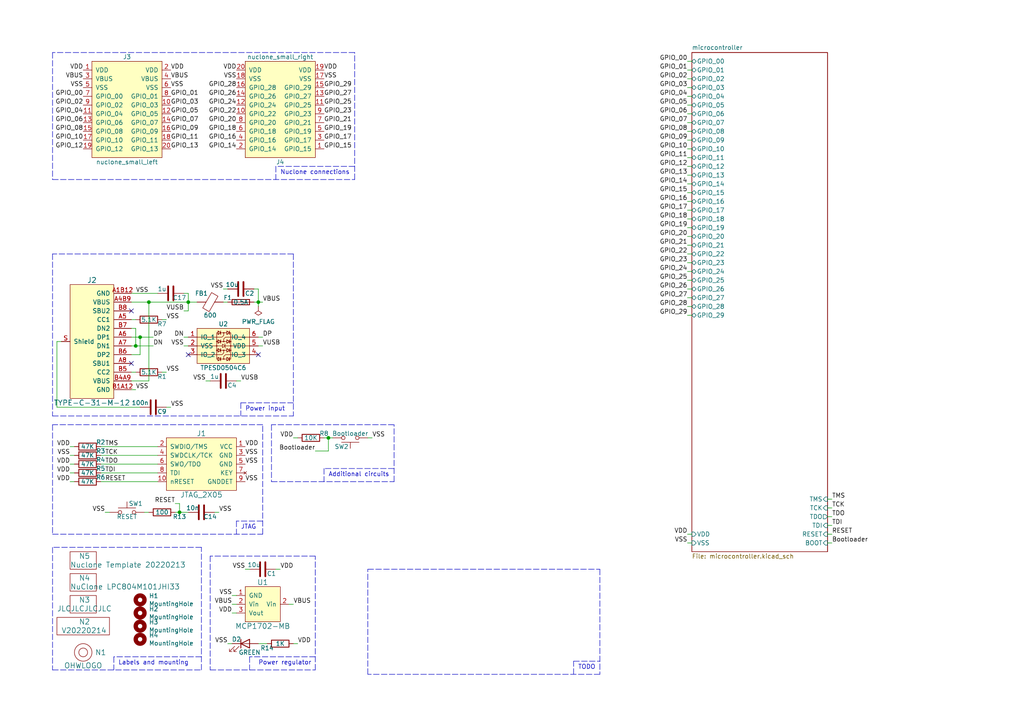
<source format=kicad_sch>
(kicad_sch (version 20211123) (generator eeschema)
  (paper "A4")
  (lib_symbols
    (symbol "Device:C" (pin_numbers hide) (pin_names (offset 0.254))
      (property "Reference" "C" (at 0.635 2.54 0))
      (property "Value" "C" (at 0.635 -2.54 0))
      (symbol "C_0_1"
        (polyline (pts (xy -2.032 -0.762) (xy 2.032 -0.762)) (stroke (width 0.508)))
        (polyline (pts (xy -2.032 0.762) (xy 2.032 0.762)) (stroke (width 0.508)))
      )
      (symbol "C_1_1"
        (pin passive line (at 0 3.81 270) (length 2.794) (name "~") (number "1"))
        (pin passive line (at 0 -3.81 90) (length 2.794) (name "~") (number "2"))
      )
    )
    (symbol "Device:FerriteBead" (pin_numbers hide) (pin_names (offset 0))
      (property "Reference" "FB" (at -3.81 0.635 90))
      (property "Value" "FerriteBead" (at 3.81 0 90))
      (symbol "FerriteBead_0_1"
        (polyline (pts (xy 0 -1.27) (xy 0 -1.2192)))
        (polyline (pts (xy 0 1.27) (xy 0 1.2954)))
        (polyline (pts (xy -2.7686 0.4064) (xy -1.7018 2.2606) (xy 2.7686 -0.3048) (xy 1.6764 -2.159) (xy -2.7686 0.4064)))
      )
      (symbol "FerriteBead_1_1"
        (pin passive line (at 0 3.81 270) (length 2.54) (name "~") (number "1"))
        (pin passive line (at 0 -3.81 90) (length 2.54) (name "~") (number "2"))
      )
    )
    (symbol "Device:Fuse" (pin_numbers hide) (pin_names (offset 0))
      (property "Reference" "F" (at 2.032 0 90))
      (property "Value" "Fuse" (at -1.905 0 90))
      (symbol "Fuse_0_1"
        (rectangle (start -0.762 -2.54) (end 0.762 2.54) (stroke (width 0.254)))
        (polyline (pts (xy 0 2.54) (xy 0 -2.54)))
      )
      (symbol "Fuse_1_1"
        (pin passive line (at 0 3.81 270) (length 1.27) (name "~") (number "1"))
        (pin passive line (at 0 -3.81 90) (length 1.27) (name "~") (number "2"))
      )
    )
    (symbol "Device:LED" (pin_numbers hide) (pin_names (offset 1.016) hide)
      (property "Reference" "D" (at 0 2.54 0))
      (property "Value" "LED" (at 0 -2.54 0))
      (symbol "LED_0_1"
        (polyline (pts (xy -1.27 -1.27) (xy -1.27 1.27)) (stroke (width 0.254)))
        (polyline (pts (xy -1.27 0) (xy 1.27 0)))
        (polyline (pts (xy 1.27 -1.27) (xy 1.27 1.27) (xy -1.27 0) (xy 1.27 -1.27)) (stroke (width 0.254)))
        (polyline (pts (xy -3.048 -0.762) (xy -4.572 -2.286) (xy -3.81 -2.286) (xy -4.572 -2.286) (xy -4.572 -1.524)))
        (polyline (pts (xy -1.778 -0.762) (xy -3.302 -2.286) (xy -2.54 -2.286) (xy -3.302 -2.286) (xy -3.302 -1.524)))
      )
      (symbol "LED_1_1"
        (pin passive line (at -3.81 0 0) (length 2.54) (name "K") (number "1"))
        (pin passive line (at 3.81 0 180) (length 2.54) (name "A") (number "2"))
      )
    )
    (symbol "Device:R" (pin_numbers hide) (pin_names (offset 0))
      (property "Reference" "R" (at 2.032 0 90))
      (property "Value" "R" (at 0 0 90))
      (symbol "R_0_1"
        (rectangle (start -1.016 -2.54) (end 1.016 2.54) (stroke (width 0.254)))
      )
      (symbol "R_1_1"
        (pin passive line (at 0 3.81 270) (length 1.27) (name "~") (number "1"))
        (pin passive line (at 0 -3.81 90) (length 1.27) (name "~") (number "2"))
      )
    )
    (symbol "Mechanical:MountingHole" (pin_names (offset 1.016))
      (property "Reference" "H" (at 0 5.08 0))
      (property "Value" "MountingHole" (at 0 3.175 0))
      (symbol "MountingHole_0_1"
        (circle (center 0 0) (radius 1.27) (stroke (width 1.27)))
      )
    )
    (symbol "SquantorConnectorsNamed:JTAG_2X05_IN" (pin_names (offset 1.016))
      (property "Reference" "J" (at 0 8.89 0))
      (property "Value" "JTAG_2X05_IN" (at 0 -8.89 0))
      (symbol "JTAG_2X05_IN_0_1"
        (rectangle (start -10.16 7.62) (end 10.16 -7.62) (fill (type background)))
      )
      (symbol "JTAG_2X05_IN_1_1"
        (pin power_in line (at 12.7 5.08 180) (length 2.54) (name "VCC") (number "1"))
        (pin open_collector line (at -12.7 -5.08 0) (length 2.54) (name "nRESET") (number "10"))
        (pin bidirectional line (at -12.7 5.08 0) (length 2.54) (name "SWDIO/TMS") (number "2"))
        (pin power_in line (at 12.7 2.54 180) (length 2.54) (name "GND") (number "3"))
        (pin output line (at -12.7 2.54 0) (length 2.54) (name "SWDCLK/TCK") (number "4"))
        (pin power_in line (at 12.7 0 180) (length 2.54) (name "GND") (number "5"))
        (pin output line (at -12.7 0 0) (length 2.54) (name "SWO/TDO") (number "6"))
        (pin no_connect line (at 12.7 -2.54 180) (length 2.54) (name "KEY") (number "7"))
        (pin input line (at -12.7 -2.54 0) (length 2.54) (name "TDI") (number "8"))
        (pin power_in line (at 12.7 -5.08 180) (length 2.54) (name "GNDDET") (number "9"))
      )
    )
    (symbol "SquantorConnectorsNamed:nuclone_small_left" (pin_names (offset 1.016))
      (property "Reference" "J" (at 0 15.24 0))
      (property "Value" "nuclone_small_left" (at 0 -15.24 0))
      (symbol "nuclone_small_left_0_1"
        (rectangle (start -10.16 13.97) (end 10.16 -13.97) (fill (type background)))
      )
      (symbol "nuclone_small_left_1_1"
        (pin power_in line (at -12.7 11.43 0) (length 2.54) (name "VDD") (number "1"))
        (pin bidirectional line (at 12.7 1.27 180) (length 2.54) (name "GPIO_03") (number "10"))
        (pin bidirectional line (at -12.7 -1.27 0) (length 2.54) (name "GPIO_04") (number "11"))
        (pin bidirectional line (at 12.7 -1.27 180) (length 2.54) (name "GPIO_05") (number "12"))
        (pin bidirectional line (at -12.7 -3.81 0) (length 2.54) (name "GPIO_06") (number "13"))
        (pin bidirectional line (at 12.7 -3.81 180) (length 2.54) (name "GPIO_07") (number "14"))
        (pin bidirectional line (at -12.7 -6.35 0) (length 2.54) (name "GPIO_08") (number "15"))
        (pin bidirectional line (at 12.7 -6.35 180) (length 2.54) (name "GPIO_09") (number "16"))
        (pin bidirectional line (at -12.7 -8.89 0) (length 2.54) (name "GPIO_10") (number "17"))
        (pin bidirectional line (at 12.7 -8.89 180) (length 2.54) (name "GPIO_11") (number "18"))
        (pin bidirectional line (at -12.7 -11.43 0) (length 2.54) (name "GPIO_12") (number "19"))
        (pin power_in line (at 12.7 11.43 180) (length 2.54) (name "VDD") (number "2"))
        (pin bidirectional line (at 12.7 -11.43 180) (length 2.54) (name "GPIO_13") (number "20"))
        (pin power_in line (at -12.7 8.89 0) (length 2.54) (name "VBUS") (number "3"))
        (pin power_in line (at 12.7 8.89 180) (length 2.54) (name "VBUS") (number "4"))
        (pin power_in line (at -12.7 6.35 0) (length 2.54) (name "VSS") (number "5"))
        (pin power_in line (at 12.7 6.35 180) (length 2.54) (name "VSS") (number "6"))
        (pin bidirectional line (at -12.7 3.81 0) (length 2.54) (name "GPIO_00") (number "7"))
        (pin bidirectional line (at 12.7 3.81 180) (length 2.54) (name "GPIO_01") (number "8"))
        (pin bidirectional line (at -12.7 1.27 0) (length 2.54) (name "GPIO_02") (number "9"))
      )
    )
    (symbol "SquantorConnectorsNamed:nuclone_small_right" (pin_names (offset 1.016))
      (property "Reference" "J" (at 0 -15.24 0))
      (property "Value" "nuclone_small_right" (at 0 15.24 0))
      (symbol "nuclone_small_right_0_1"
        (rectangle (start 10.16 -13.97) (end -10.16 13.97) (fill (type background)))
      )
      (symbol "nuclone_small_right_1_1"
        (pin bidirectional line (at 12.7 -11.43 180) (length 2.54) (name "GPIO_15") (number "1"))
        (pin bidirectional line (at -12.7 -1.27 0) (length 2.54) (name "GPIO_22") (number "10"))
        (pin bidirectional line (at 12.7 1.27 180) (length 2.54) (name "GPIO_25") (number "11"))
        (pin bidirectional line (at -12.7 1.27 0) (length 2.54) (name "GPIO_24") (number "12"))
        (pin bidirectional line (at 12.7 3.81 180) (length 2.54) (name "GPIO_27") (number "13"))
        (pin bidirectional line (at -12.7 3.81 0) (length 2.54) (name "GPIO_26") (number "14"))
        (pin bidirectional line (at 12.7 6.35 180) (length 2.54) (name "GPIO_29") (number "15"))
        (pin bidirectional line (at -12.7 6.35 0) (length 2.54) (name "GPIO_28") (number "16"))
        (pin power_in line (at 12.7 8.89 180) (length 2.54) (name "VSS") (number "17"))
        (pin power_in line (at -12.7 8.89 0) (length 2.54) (name "VSS") (number "18"))
        (pin power_in line (at 12.7 11.43 180) (length 2.54) (name "VDD") (number "19"))
        (pin bidirectional line (at -12.7 -11.43 0) (length 2.54) (name "GPIO_14") (number "2"))
        (pin power_in line (at -12.7 11.43 0) (length 2.54) (name "VDD") (number "20"))
        (pin bidirectional line (at 12.7 -8.89 180) (length 2.54) (name "GPIO_17") (number "3"))
        (pin bidirectional line (at -12.7 -8.89 0) (length 2.54) (name "GPIO_16") (number "4"))
        (pin bidirectional line (at 12.7 -6.35 180) (length 2.54) (name "GPIO_19") (number "5"))
        (pin bidirectional line (at -12.7 -6.35 0) (length 2.54) (name "GPIO_18") (number "6"))
        (pin bidirectional line (at 12.7 -3.81 180) (length 2.54) (name "GPIO_21") (number "7"))
        (pin bidirectional line (at -12.7 -3.81 0) (length 2.54) (name "GPIO_20") (number "8"))
        (pin bidirectional line (at 12.7 -1.27 180) (length 2.54) (name "GPIO_23") (number "9"))
      )
    )
    (symbol "SquantorDevice:TVS_4_Array" (pin_names (offset 1.016))
      (property "Reference" "U" (at 0 7.62 0))
      (property "Value" "TVS_4_Array" (at 0 -5.08 0))
      (symbol "TVS_4_Array_0_1"
        (rectangle (start -7.62 6.35) (end 7.62 -3.81) (fill (type background)))
        (circle (center -1.905 0) (radius 0.127))
        (circle (center -1.905 1.27) (radius 0.127))
        (circle (center -1.905 2.54) (radius 0.127))
        (polyline (pts (xy -7.62 1.27) (xy -0.254 1.27)))
        (polyline (pts (xy -1.905 5.08) (xy -1.905 -2.54)))
        (polyline (pts (xy -1.524 -2.54) (xy -1.905 -2.54)))
        (polyline (pts (xy -1.524 0) (xy -1.905 0)))
        (polyline (pts (xy -1.524 2.54) (xy -1.905 2.54)))
        (polyline (pts (xy -1.524 5.08) (xy -1.905 5.08)))
        (polyline (pts (xy -0.762 -2.54) (xy 1.016 -2.54)))
        (polyline (pts (xy -0.762 -2.032) (xy -0.762 -3.048)))
        (polyline (pts (xy -0.762 -2.032) (xy -0.762 -3.048)))
        (polyline (pts (xy -0.762 0) (xy 1.016 0)))
        (polyline (pts (xy -0.762 0.508) (xy -0.762 -0.508)))
        (polyline (pts (xy -0.762 0.508) (xy -0.762 -0.508)))
        (polyline (pts (xy -0.762 2.54) (xy 1.016 2.54)))
        (polyline (pts (xy -0.762 3.048) (xy -0.762 2.032)))
        (polyline (pts (xy -0.762 3.048) (xy -0.762 2.032)))
        (polyline (pts (xy -0.762 5.08) (xy 1.016 5.08)))
        (polyline (pts (xy -0.762 5.588) (xy -0.762 4.572)))
        (polyline (pts (xy -0.762 5.588) (xy -0.762 4.572)))
        (polyline (pts (xy 0.508 1.27) (xy 7.62 1.27)))
        (polyline (pts (xy 1.778 -2.54) (xy 2.159 -2.54)))
        (polyline (pts (xy 1.778 -2.032) (xy 1.778 -3.048)))
        (polyline (pts (xy 1.778 -2.032) (xy 1.778 -3.048)))
        (polyline (pts (xy 1.778 0) (xy 2.159 0)))
        (polyline (pts (xy 1.778 0.508) (xy 1.778 -0.508)))
        (polyline (pts (xy 1.778 0.508) (xy 1.778 -0.508)))
        (polyline (pts (xy 1.778 2.54) (xy 2.159 2.54)))
        (polyline (pts (xy 1.778 3.048) (xy 1.778 2.032)))
        (polyline (pts (xy 1.778 3.048) (xy 1.778 2.032)))
        (polyline (pts (xy 1.778 5.08) (xy 2.159 5.08)))
        (polyline (pts (xy 1.778 5.588) (xy 1.778 4.572)))
        (polyline (pts (xy 1.778 5.588) (xy 1.778 4.572)))
        (polyline (pts (xy 2.159 5.08) (xy 2.159 -2.54)))
        (polyline (pts (xy 0.508 1.27) (xy 0.508 0.762) (xy 0.635 0.635)))
        (polyline (pts (xy 0.508 1.27) (xy 0.508 1.778) (xy 0.381 1.905)))
        (polyline (pts (xy -7.62 -1.27) (xy -0.381 -1.27) (xy 0.127 -0.762) (xy 0.127 0)))
        (polyline (pts (xy -7.62 3.81) (xy -0.381 3.81) (xy 0.127 4.318) (xy 0.127 5.08)))
        (polyline (pts (xy 0.508 1.27) (xy -0.254 1.778) (xy -0.254 0.762) (xy 0.508 1.27)))
        (polyline (pts (xy 7.62 -1.27) (xy 0.635 -1.27) (xy 0.127 -1.778) (xy 0.127 -2.413)))
        (polyline (pts (xy 7.62 3.81) (xy 0.635 3.81) (xy 0.127 3.302) (xy 0.127 2.667)))
        (circle (center 0.127 -2.54) (radius 0.127))
        (circle (center 0.127 0) (radius 0.127))
        (circle (center 0.127 2.54) (radius 0.127))
        (circle (center 0.127 5.08) (radius 0.127))
        (circle (center 2.159 0) (radius 0.127))
        (circle (center 2.159 1.27) (radius 0.127))
        (circle (center 2.159 2.54) (radius 0.127))
      )
      (symbol "TVS_4_Array_1_1"
        (polyline (pts (xy -0.762 -2.54) (xy -1.524 -2.032) (xy -1.524 -3.048) (xy -0.762 -2.54)))
        (polyline (pts (xy -0.762 -2.54) (xy -1.524 -2.032) (xy -1.524 -3.048) (xy -0.762 -2.54)))
        (polyline (pts (xy -0.762 0) (xy -1.524 0.508) (xy -1.524 -0.508) (xy -0.762 0)))
        (polyline (pts (xy -0.762 0) (xy -1.524 0.508) (xy -1.524 -0.508) (xy -0.762 0)))
        (polyline (pts (xy -0.762 2.54) (xy -1.524 3.048) (xy -1.524 2.032) (xy -0.762 2.54)))
        (polyline (pts (xy -0.762 2.54) (xy -1.524 3.048) (xy -1.524 2.032) (xy -0.762 2.54)))
        (polyline (pts (xy -0.762 5.08) (xy -1.524 5.588) (xy -1.524 4.572) (xy -0.762 5.08)))
        (polyline (pts (xy -0.762 5.08) (xy -1.524 5.588) (xy -1.524 4.572) (xy -0.762 5.08)))
        (polyline (pts (xy 1.778 -2.54) (xy 1.016 -2.032) (xy 1.016 -3.048) (xy 1.778 -2.54)))
        (polyline (pts (xy 1.778 -2.54) (xy 1.016 -2.032) (xy 1.016 -3.048) (xy 1.778 -2.54)))
        (polyline (pts (xy 1.778 0) (xy 1.016 0.508) (xy 1.016 -0.508) (xy 1.778 0)))
        (polyline (pts (xy 1.778 0) (xy 1.016 0.508) (xy 1.016 -0.508) (xy 1.778 0)))
        (polyline (pts (xy 1.778 2.54) (xy 1.016 3.048) (xy 1.016 2.032) (xy 1.778 2.54)))
        (polyline (pts (xy 1.778 2.54) (xy 1.016 3.048) (xy 1.016 2.032) (xy 1.778 2.54)))
        (polyline (pts (xy 1.778 5.08) (xy 1.016 5.588) (xy 1.016 4.572) (xy 1.778 5.08)))
        (polyline (pts (xy 1.778 5.08) (xy 1.016 5.588) (xy 1.016 4.572) (xy 1.778 5.08)))
        (pin passive line (at -10.16 3.81 0) (length 2.54) (name "IO_1") (number "1"))
        (pin power_in line (at -10.16 1.27 0) (length 2.54) (name "VSS") (number "2"))
        (pin passive line (at -10.16 -1.27 0) (length 2.54) (name "IO_2") (number "3"))
        (pin passive line (at 10.16 -1.27 180) (length 2.54) (name "IO_3") (number "4"))
        (pin power_in line (at 10.16 1.27 180) (length 2.54) (name "VDD") (number "5"))
        (pin passive line (at 10.16 3.81 180) (length 2.54) (name "IO_4") (number "6"))
      )
    )
    (symbol "SquantorLabels:Label" (pin_names (offset 1.016))
      (property "Reference" "N" (at 0 1.27 0))
      (property "Value" "Label" (at 0 -1.27 0))
      (symbol "Label_0_1"
        (rectangle (start -3.81 2.54) (end 3.81 -2.54))
      )
    )
    (symbol "SquantorLabels:OHWLOGO" (pin_names (offset 1.016))
      (property "Reference" "N" (at 0 3.81 0))
      (property "Value" "OHWLOGO" (at 0 -3.81 0))
      (symbol "OHWLOGO_0_1"
        (circle (center 0 0) (radius 1.27))
        (circle (center 0 0) (radius 2.54))
      )
    )
    (symbol "SquantorLabels:VYYYYMMDD" (pin_names (offset 1.016))
      (property "Reference" "N" (at 0 2.54 0))
      (property "Value" "VYYYYMMDD" (at 0 0 0))
      (symbol "VYYYYMMDD_0_1"
        (rectangle (start 7.62 -1.27) (end -7.62 3.81))
      )
    )
    (symbol "SquantorMicrochip:MCP1702-MB" (pin_names (offset 1.016))
      (property "Reference" "U" (at 0 6.35 0))
      (property "Value" "MCP1702-MB" (at 0 -6.35 0))
      (symbol "MCP1702-MB_0_1"
        (rectangle (start -5.08 5.08) (end 5.08 -5.08) (fill (type background)))
      )
      (symbol "MCP1702-MB_1_1"
        (pin power_in line (at -7.62 2.54 0) (length 2.54) (name "GND") (number "1"))
        (pin power_in line (at -7.62 0 0) (length 2.54) (name "Vin") (number "2"))
        (pin power_in line (at 7.62 0 180) (length 2.54) (name "Vin") (number "2"))
        (pin power_out line (at -7.62 -2.54 0) (length 2.54) (name "Vout") (number "3"))
      )
    )
    (symbol "SquantorUsb:USB-C_PD_USB" (pin_names (offset 1.016))
      (property "Reference" "J" (at 0 17.78 0))
      (property "Value" "USB-C_PD_USB" (at 0 -17.78 0))
      (symbol "USB-C_PD_USB_0_1"
        (rectangle (start 6.35 16.51) (end -6.35 -16.51) (fill (type background)))
      )
      (symbol "USB-C_PD_USB_1_1"
        (pin power_out line (at 11.43 13.97 180) (length 5.08) (name "GND") (number "A1B12"))
        (pin power_out line (at 11.43 11.43 180) (length 5.08) (name "VBUS") (number "A4B9"))
        (pin bidirectional line (at 11.43 6.35 180) (length 5.08) (name "CC1") (number "A5"))
        (pin bidirectional line (at 11.43 1.27 180) (length 5.08) (name "DP1") (number "A6"))
        (pin bidirectional line (at 11.43 -1.27 180) (length 5.08) (name "DN1") (number "A7"))
        (pin bidirectional line (at 11.43 -6.35 180) (length 5.08) (name "SBU1") (number "A8"))
        (pin passive line (at 11.43 -13.97 180) (length 5.08) (name "GND") (number "B1A12"))
        (pin passive line (at 11.43 -11.43 180) (length 5.08) (name "VBUS") (number "B4A9"))
        (pin bidirectional line (at 11.43 -8.89 180) (length 5.08) (name "CC2") (number "B5"))
        (pin bidirectional line (at 11.43 -3.81 180) (length 5.08) (name "DP2") (number "B6"))
        (pin bidirectional line (at 11.43 3.81 180) (length 5.08) (name "DN2") (number "B7"))
        (pin bidirectional line (at 11.43 8.89 180) (length 5.08) (name "SBU2") (number "B8"))
        (pin passive line (at -8.89 0 0) (length 2.54) (name "Shield") (number "S"))
      )
    )
    (symbol "Switch:SW_Push" (pin_numbers hide) (pin_names (offset 1.016) hide)
      (property "Reference" "SW" (at 1.27 2.54 0))
      (property "Value" "SW_Push" (at 0 -1.524 0))
      (symbol "SW_Push_0_1"
        (circle (center -2.032 0) (radius 0.508))
        (polyline (pts (xy 0 1.27) (xy 0 3.048)))
        (polyline (pts (xy 2.54 1.27) (xy -2.54 1.27)))
        (circle (center 2.032 0) (radius 0.508))
        (pin passive line (at -5.08 0 0) (length 2.54) (name "1") (number "1"))
        (pin passive line (at 5.08 0 180) (length 2.54) (name "2") (number "2"))
      )
    )
    (symbol "power:PWR_FLAG" (power) (pin_numbers hide) (pin_names (offset 0) hide)
      (property "Value" "PWR_FLAG" (at 0 3.81 0))
      (symbol "PWR_FLAG_0_0"
        (pin power_out line (at 0 0 90) (length 0) (name "pwr") (number "1"))
      )
      (symbol "PWR_FLAG_0_1"
        (polyline (pts (xy 0 0) (xy 0 1.27) (xy -1.016 1.905) (xy 0 2.54) (xy 1.016 1.905) (xy 0 1.27)))
      )
    )
  )
  (junction (at 39.37 100.33))
  (junction (at 54.61 87.63))
  (junction (at 74.93 87.63))
  (junction (at 43.18 87.63))
  (junction (at 95.25 127))
  (junction (at 52.07 148.59))
  (junction (at 40.64 97.79))
  (no_connect (at 74.93 102.87))
  (no_connect (at 54.61 102.87))
  (no_connect (at 38.1 90.17))
  (no_connect (at 38.1 105.41))
  (polyline (pts (xy 166.37 195.58) (xy 166.37 191.77)))
  (wire (pts (xy 74.93 87.63) (xy 73.66 87.63)))
  (wire (pts (xy 54.61 90.17) (xy 54.61 87.63)))
  (wire (pts (xy 200.66 76.2) (xy 199.39 76.2)))
  (wire (pts (xy 16.51 118.11) (xy 40.64 118.11)))
  (polyline (pts (xy 106.68 195.58) (xy 106.68 165.1)))
  (wire (pts (xy 95.25 127) (xy 96.52 127)))
  (wire (pts (xy 199.39 154.94) (xy 200.66 154.94)))
  (polyline (pts (xy 58.42 194.31) (xy 58.42 158.75)))
  (polyline (pts (xy 173.99 165.1) (xy 173.99 195.58)))
  (wire (pts (xy 39.37 95.25) (xy 39.37 100.33)))
  (wire (pts (xy 63.5 148.59) (xy 62.23 148.59)))
  (wire (pts (xy 38.1 87.63) (xy 43.18 87.63)))
  (wire (pts (xy 44.45 100.33) (xy 39.37 100.33)))
  (wire (pts (xy 29.21 137.16) (xy 45.72 137.16)))
  (polyline (pts (xy 76.2 123.19) (xy 15.24 123.19)))
  (wire (pts (xy 38.1 110.49) (xy 43.18 110.49)))
  (polyline (pts (xy 58.42 158.75) (xy 15.24 158.75)))
  (polyline (pts (xy 33.02 190.5) (xy 33.02 194.31)))
  (wire (pts (xy 74.93 100.33) (xy 76.2 100.33)))
  (wire (pts (xy 39.37 100.33) (xy 38.1 100.33)))
  (polyline (pts (xy 78.74 123.19) (xy 78.74 139.7)))
  (wire (pts (xy 50.8 148.59) (xy 52.07 148.59)))
  (wire (pts (xy 64.77 87.63) (xy 66.04 87.63)))
  (wire (pts (xy 29.21 132.08) (xy 45.72 132.08)))
  (polyline (pts (xy 69.85 116.84) (xy 69.85 120.65)))
  (wire (pts (xy 200.66 50.8) (xy 199.39 50.8)))
  (polyline (pts (xy 78.74 139.7) (xy 114.3 139.7)))
  (wire (pts (xy 200.66 25.4) (xy 199.39 25.4)))
  (wire (pts (xy 200.66 40.64) (xy 199.39 40.64)))
  (wire (pts (xy 241.3 147.32) (xy 240.03 147.32)))
  (wire (pts (xy 199.39 78.74) (xy 200.66 78.74)))
  (wire (pts (xy 199.39 38.1) (xy 200.66 38.1)))
  (wire (pts (xy 86.36 186.69) (xy 85.09 186.69)))
  (polyline (pts (xy 60.96 161.29) (xy 60.96 194.31)))
  (polyline (pts (xy 91.44 194.31) (xy 91.44 161.29)))
  (wire (pts (xy 50.8 146.05) (xy 52.07 146.05)))
  (wire (pts (xy 200.66 157.48) (xy 199.39 157.48)))
  (polyline (pts (xy 85.09 73.66) (xy 85.09 120.65)))
  (polyline (pts (xy 106.68 165.1) (xy 173.99 165.1)))
  (wire (pts (xy 38.1 95.25) (xy 39.37 95.25)))
  (wire (pts (xy 38.1 92.71) (xy 39.37 92.71)))
  (wire (pts (xy 199.39 33.02) (xy 200.66 33.02)))
  (wire (pts (xy 67.31 177.8) (xy 68.58 177.8)))
  (wire (pts (xy 41.91 148.59) (xy 43.18 148.59)))
  (wire (pts (xy 29.21 139.7) (xy 45.72 139.7)))
  (wire (pts (xy 40.64 102.87) (xy 38.1 102.87)))
  (wire (pts (xy 20.32 129.54) (xy 21.59 129.54)))
  (polyline (pts (xy 15.24 123.19) (xy 15.24 154.94)))
  (wire (pts (xy 49.53 118.11) (xy 48.26 118.11)))
  (wire (pts (xy 199.39 73.66) (xy 200.66 73.66)))
  (wire (pts (xy 200.66 81.28) (xy 199.39 81.28)))
  (wire (pts (xy 21.59 137.16) (xy 20.32 137.16)))
  (polyline (pts (xy 60.96 194.31) (xy 91.44 194.31)))
  (wire (pts (xy 199.39 43.18) (xy 200.66 43.18)))
  (polyline (pts (xy 72.39 190.5) (xy 72.39 194.31)))
  (wire (pts (xy 199.39 53.34) (xy 200.66 53.34)))
  (polyline (pts (xy 93.98 135.89) (xy 93.98 139.7)))
  (wire (pts (xy 200.66 45.72) (xy 199.39 45.72)))
  (wire (pts (xy 200.66 60.96) (xy 199.39 60.96)))
  (wire (pts (xy 200.66 66.04) (xy 199.39 66.04)))
  (wire (pts (xy 240.03 154.94) (xy 241.3 154.94)))
  (polyline (pts (xy 15.24 52.07) (xy 102.87 52.07)))
  (wire (pts (xy 53.34 100.33) (xy 54.61 100.33)))
  (wire (pts (xy 16.51 99.06) (xy 16.51 118.11)))
  (wire (pts (xy 93.98 127) (xy 95.25 127)))
  (wire (pts (xy 200.66 30.48) (xy 199.39 30.48)))
  (polyline (pts (xy 15.24 73.66) (xy 15.24 120.65)))
  (wire (pts (xy 200.66 71.12) (xy 199.39 71.12)))
  (polyline (pts (xy 80.01 48.26) (xy 80.01 52.07)))
  (wire (pts (xy 54.61 85.09) (xy 54.61 87.63)))
  (polyline (pts (xy 102.87 48.26) (xy 80.01 48.26)))
  (wire (pts (xy 199.39 27.94) (xy 200.66 27.94)))
  (wire (pts (xy 71.12 165.1) (xy 72.39 165.1)))
  (polyline (pts (xy 76.2 154.94) (xy 76.2 123.19)))
  (wire (pts (xy 241.3 152.4) (xy 240.03 152.4)))
  (wire (pts (xy 95.25 130.81) (xy 95.25 127)))
  (polyline (pts (xy 15.24 120.65) (xy 85.09 120.65)))
  (wire (pts (xy 21.59 132.08) (xy 20.32 132.08)))
  (wire (pts (xy 52.07 146.05) (xy 52.07 148.59)))
  (wire (pts (xy 44.45 97.79) (xy 40.64 97.79)))
  (wire (pts (xy 29.21 129.54) (xy 45.72 129.54)))
  (wire (pts (xy 38.1 97.79) (xy 40.64 97.79)))
  (wire (pts (xy 54.61 148.59) (xy 52.07 148.59)))
  (polyline (pts (xy 68.58 151.13) (xy 68.58 154.94)))
  (wire (pts (xy 200.66 20.32) (xy 199.39 20.32)))
  (wire (pts (xy 76.2 87.63) (xy 74.93 87.63)))
  (polyline (pts (xy 114.3 135.89) (xy 93.98 135.89)))
  (wire (pts (xy 107.95 127) (xy 106.68 127)))
  (polyline (pts (xy 91.44 161.29) (xy 60.96 161.29)))
  (wire (pts (xy 91.44 130.81) (xy 95.25 130.81)))
  (wire (pts (xy 200.66 86.36) (xy 199.39 86.36)))
  (wire (pts (xy 240.03 157.48) (xy 241.3 157.48)))
  (wire (pts (xy 17.78 99.06) (xy 16.51 99.06)))
  (wire (pts (xy 199.39 63.5) (xy 200.66 63.5)))
  (polyline (pts (xy 58.42 190.5) (xy 33.02 190.5)))
  (wire (pts (xy 74.93 83.82) (xy 74.93 87.63)))
  (wire (pts (xy 74.93 88.9) (xy 74.93 87.63)))
  (wire (pts (xy 40.64 97.79) (xy 40.64 102.87)))
  (polyline (pts (xy 114.3 123.19) (xy 78.74 123.19)))
  (wire (pts (xy 199.39 83.82) (xy 200.66 83.82)))
  (wire (pts (xy 68.58 175.26) (xy 67.31 175.26)))
  (wire (pts (xy 48.26 92.71) (xy 46.99 92.71)))
  (polyline (pts (xy 166.37 191.77) (xy 173.99 191.77)))
  (wire (pts (xy 64.77 83.82) (xy 66.04 83.82)))
  (wire (pts (xy 54.61 87.63) (xy 57.15 87.63)))
  (wire (pts (xy 200.66 55.88) (xy 199.39 55.88)))
  (wire (pts (xy 199.39 22.86) (xy 200.66 22.86)))
  (wire (pts (xy 60.96 110.49) (xy 59.69 110.49)))
  (wire (pts (xy 29.21 134.62) (xy 45.72 134.62)))
  (wire (pts (xy 240.03 144.78) (xy 241.3 144.78)))
  (polyline (pts (xy 102.87 52.07) (xy 102.87 15.24)))
  (wire (pts (xy 53.34 90.17) (xy 54.61 90.17)))
  (polyline (pts (xy 91.44 190.5) (xy 72.39 190.5)))
  (wire (pts (xy 39.37 113.03) (xy 38.1 113.03)))
  (wire (pts (xy 199.39 88.9) (xy 200.66 88.9)))
  (wire (pts (xy 80.01 165.1) (xy 81.28 165.1)))
  (wire (pts (xy 76.2 97.79) (xy 74.93 97.79)))
  (wire (pts (xy 53.34 85.09) (xy 54.61 85.09)))
  (wire (pts (xy 30.48 148.59) (xy 31.75 148.59)))
  (wire (pts (xy 200.66 35.56) (xy 199.39 35.56)))
  (polyline (pts (xy 102.87 15.24) (xy 15.24 15.24)))
  (wire (pts (xy 240.03 149.86) (xy 241.3 149.86)))
  (wire (pts (xy 85.09 175.26) (xy 83.82 175.26)))
  (polyline (pts (xy 15.24 194.31) (xy 58.42 194.31)))
  (polyline (pts (xy 114.3 139.7) (xy 114.3 123.19)))
  (wire (pts (xy 46.99 107.95) (xy 48.26 107.95)))
  (wire (pts (xy 199.39 48.26) (xy 200.66 48.26)))
  (wire (pts (xy 77.47 186.69) (xy 74.93 186.69)))
  (polyline (pts (xy 85.09 116.84) (xy 69.85 116.84)))
  (polyline (pts (xy 15.24 158.75) (xy 15.24 194.31)))
  (wire (pts (xy 199.39 68.58) (xy 200.66 68.58)))
  (wire (pts (xy 73.66 83.82) (xy 74.93 83.82)))
  (wire (pts (xy 43.18 87.63) (xy 54.61 87.63)))
  (wire (pts (xy 67.31 172.72) (xy 68.58 172.72)))
  (wire (pts (xy 39.37 107.95) (xy 38.1 107.95)))
  (wire (pts (xy 199.39 58.42) (xy 200.66 58.42)))
  (wire (pts (xy 38.1 85.09) (xy 45.72 85.09)))
  (wire (pts (xy 20.32 134.62) (xy 21.59 134.62)))
  (polyline (pts (xy 85.09 73.66) (xy 15.24 73.66)))
  (wire (pts (xy 85.09 127) (xy 86.36 127)))
  (wire (pts (xy 199.39 17.78) (xy 200.66 17.78)))
  (wire (pts (xy 200.66 91.44) (xy 199.39 91.44)))
  (wire (pts (xy 20.32 139.7) (xy 21.59 139.7)))
  (polyline (pts (xy 15.24 15.24) (xy 15.24 52.07)))
  (wire (pts (xy 67.31 186.69) (xy 66.04 186.69)))
  (wire (pts (xy 54.61 97.79) (xy 53.34 97.79)))
  (polyline (pts (xy 15.24 154.94) (xy 76.2 154.94)))
  (wire (pts (xy 69.85 110.49) (xy 68.58 110.49)))
  (polyline (pts (xy 76.2 151.13) (xy 68.58 151.13)))
  (polyline (pts (xy 173.99 195.58) (xy 106.68 195.58)))
  (wire (pts (xy 43.18 110.49) (xy 43.18 87.63)))
  (text "Power input" (at 71.12 119.38 0) (effects (font (size 1.27 1.27)) (justify left bottom)))
  (text "Labels and mounting" (at 34.29 193.04 0) (effects (font (size 1.27 1.27)) (justify left bottom)))
  (text "Additional circuits" (at 95.25 138.43 0) (effects (font (size 1.27 1.27)) (justify left bottom)))
  (text "Nuclone connections" (at 81.28 50.8 0) (effects (font (size 1.27 1.27)) (justify left bottom)))
  (text "JTAG" (at 69.85 153.67 0) (effects (font (size 1.27 1.27)) (justify left bottom)))
  (text "TODO" (at 167.64 194.31 0) (effects (font (size 1.27 1.27)) (justify left bottom)))
  (text "Power regulator" (at 74.93 193.04 0) (effects (font (size 1.27 1.27)) (justify left bottom)))
  (label "GPIO_00" (at 24.13 27.94 180))
  (label "VUSB" (at 76.2 100.33 0))
  (label "GPIO_11" (at 49.53 40.64 0))
  (label "TCK" (at 241.3 147.32 0))
  (label "GPIO_20" (at 199.39 68.58 180))
  (label "GPIO_28" (at 68.58 25.4 180))
  (label "GPIO_10" (at 199.39 43.18 180))
  (label "GPIO_09" (at 199.39 40.64 180))
  (label "GPIO_15" (at 199.39 55.88 180))
  (label "VBUS" (at 76.2 87.63 0))
  (label "VDD" (at 20.32 129.54 180))
  (label "GPIO_00" (at 199.39 17.78 180))
  (label "VBUS" (at 49.53 22.86 0))
  (label "RESET" (at 30.48 139.7 0))
  (label "TDI" (at 30.48 137.16 0))
  (label "GPIO_02" (at 199.39 22.86 180))
  (label "Bootloader" (at 91.44 130.81 180))
  (label "GPIO_22" (at 68.58 33.02 180))
  (label "GPIO_15" (at 93.98 43.18 0))
  (label "VSS" (at 66.04 186.69 180))
  (label "GPIO_22" (at 199.39 73.66 180))
  (label "GPIO_19" (at 93.98 38.1 0))
  (label "VSS" (at 64.77 83.82 180))
  (label "TDO" (at 30.48 134.62 0))
  (label "GPIO_17" (at 199.39 60.96 180))
  (label "GPIO_04" (at 199.39 27.94 180))
  (label "GPIO_20" (at 68.58 35.56 180))
  (label "GPIO_08" (at 24.13 38.1 180))
  (label "GPIO_16" (at 68.58 40.64 180))
  (label "VDD" (at 81.28 165.1 0))
  (label "GPIO_13" (at 199.39 50.8 180))
  (label "VSS" (at 67.31 172.72 180))
  (label "Bootloader" (at 241.3 157.48 0))
  (label "VBUS" (at 67.31 175.26 180))
  (label "GPIO_17" (at 93.98 40.64 0))
  (label "GPIO_21" (at 93.98 35.56 0))
  (label "GPIO_24" (at 68.58 30.48 180))
  (label "VDD" (at 24.13 20.32 180))
  (label "GPIO_08" (at 199.39 38.1 180))
  (label "VDD" (at 85.09 127 180))
  (label "TDI" (at 241.3 152.4 0))
  (label "VDD" (at 20.32 139.7 180))
  (label "VDD" (at 199.39 154.94 180))
  (label "GPIO_07" (at 49.53 35.56 0))
  (label "GPIO_03" (at 199.39 25.4 180))
  (label "GPIO_05" (at 49.53 33.02 0))
  (label "GPIO_25" (at 93.98 30.48 0))
  (label "GPIO_14" (at 199.39 53.34 180))
  (label "GPIO_01" (at 199.39 20.32 180))
  (label "VSS" (at 68.58 22.86 180))
  (label "VBUS" (at 85.09 175.26 0))
  (label "GPIO_13" (at 49.53 43.18 0))
  (label "VSS" (at 59.69 110.49 180))
  (label "VSS" (at 71.12 139.7 0))
  (label "GPIO_23" (at 93.98 33.02 0))
  (label "VDD" (at 71.12 129.54 0))
  (label "TDO" (at 241.3 149.86 0))
  (label "VDD" (at 68.58 20.32 180))
  (label "VSS" (at 49.53 25.4 0))
  (label "GPIO_06" (at 199.39 33.02 180))
  (label "GPIO_11" (at 199.39 45.72 180))
  (label "RESET" (at 241.3 154.94 0))
  (label "GPIO_18" (at 68.58 38.1 180))
  (label "DP" (at 76.2 97.79 0))
  (label "VSS" (at 48.26 92.71 0))
  (label "GPIO_27" (at 93.98 27.94 0))
  (label "GPIO_16" (at 199.39 58.42 180))
  (label "GPIO_09" (at 49.53 38.1 0))
  (label "RESET" (at 50.8 146.05 180))
  (label "VUSB" (at 53.34 90.17 180))
  (label "VSS" (at 63.5 148.59 0))
  (label "TMS" (at 241.3 144.78 0))
  (label "GPIO_12" (at 199.39 48.26 180))
  (label "GPIO_02" (at 24.13 30.48 180))
  (label "VSS" (at 71.12 134.62 0))
  (label "VSS" (at 93.98 22.86 0))
  (label "GPIO_04" (at 24.13 33.02 180))
  (label "VSS" (at 71.12 132.08 0))
  (label "GPIO_29" (at 93.98 25.4 0))
  (label "GPIO_07" (at 199.39 35.56 180))
  (label "GPIO_24" (at 199.39 78.74 180))
  (label "GPIO_28" (at 199.39 88.9 180))
  (label "VSS" (at 53.34 100.33 180))
  (label "VSS" (at 49.53 118.11 0))
  (label "TCK" (at 30.48 132.08 0))
  (label "GPIO_06" (at 24.13 35.56 180))
  (label "VDD" (at 93.98 20.32 0))
  (label "VDD" (at 49.53 20.32 0))
  (label "VSS" (at 24.13 25.4 180))
  (label "GPIO_10" (at 24.13 40.64 180))
  (label "GPIO_14" (at 68.58 43.18 180))
  (label "GPIO_29" (at 199.39 91.44 180))
  (label "VDD" (at 86.36 186.69 0))
  (label "GPIO_03" (at 49.53 30.48 0))
  (label "VDD" (at 20.32 134.62 180))
  (label "GPIO_12" (at 24.13 43.18 180))
  (label "VSS" (at 48.26 107.95 0))
  (label "VSS" (at 107.95 127 0))
  (label "VSS" (at 71.12 165.1 180))
  (label "GPIO_25" (at 199.39 81.28 180))
  (label "GPIO_05" (at 199.39 30.48 180))
  (label "GPIO_26" (at 68.58 27.94 180))
  (label "VSS" (at 30.48 148.59 180))
  (label "GPIO_21" (at 199.39 71.12 180))
  (label "GPIO_19" (at 199.39 66.04 180))
  (label "GPIO_23" (at 199.39 76.2 180))
  (label "VSS" (at 39.37 113.03 0))
  (label "VDD" (at 67.31 177.8 180))
  (label "VSS" (at 20.32 132.08 180))
  (label "GPIO_18" (at 199.39 63.5 180))
  (label "VUSB" (at 69.85 110.49 0))
  (label "DN" (at 44.45 100.33 0))
  (label "DP" (at 44.45 97.79 0))
  (label "VBUS" (at 24.13 22.86 180))
  (label "VSS" (at 39.37 85.09 0))
  (label "GPIO_27" (at 199.39 86.36 180))
  (label "GPIO_01" (at 49.53 27.94 0))
  (label "DN" (at 53.34 97.79 180))
  (label "GPIO_26" (at 199.39 83.82 180))
  (label "VDD" (at 20.32 137.16 180))
  (label "TMS" (at 30.48 129.54 0))
  (label "VSS" (at 199.39 157.48 180))
  (symbol (lib_id "SquantorLabels:OHWLOGO") (at 24.13 189.23 0) (unit 1)
    (property "Reference" "N1" (at 29.21 189.23 0) (effects (font (size 1.524 1.524))))
    (property "Value" "OHWLOGO" (at 24.13 193.04 0) (effects (font (size 1.524 1.524))))
    (property "Footprint" "Symbols:OSHW-Symbol_6.7x6mm_SilkScreen" (effects hide))
  )
  (symbol (lib_id "SquantorConnectorsNamed:JTAG_2X05_IN") (at 58.42 134.62 0) (unit 1)
    (property "Reference" "J1" (at 58.42 125.73 0) (effects (font (size 1.524 1.524))))
    (property "Value" "JTAG_2X05" (at 58.42 143.51 0) (effects (font (size 1.524 1.524))))
    (property "Footprint" "SquantorConnectors:Header-0127-2X05-H006" (effects hide))
  )
  (symbol (lib_id "Device:FerriteBead") (at 60.96 87.63 270) (unit 1)
    (property "Reference" "FB1" (at 58.42 85.09 90))
    (property "Value" "600" (at 60.96 91.44 90))
    (property "Footprint" "SquantorRcl:L_0603" (effects hide))
  )
  (symbol (lib_id "Device:Fuse") (at 69.85 87.63 270) (unit 1)
    (property "Reference" "F1" (at 66.04 86.36 90))
    (property "Value" "0.5A" (at 69.85 87.63 90))
    (property "Footprint" "SquantorRcl:F_0603_hand" (effects hide))
  )
  (symbol (lib_id "Device:C") (at 69.85 83.82 90) (unit 1)
    (property "Reference" "C2" (at 72.39 85.09 90))
    (property "Value" "10u" (at 67.31 82.55 90))
    (property "Footprint" "SquantorRcl:C_0603" (effects hide))
  )
  (symbol (lib_id "power:PWR_FLAG") (at 74.93 88.9 180) (unit 1)
    (property "Reference" "#FLG01" (effects hide))
    (property "Value" "PWR_FLAG" (at 74.93 93.2942 0))
  )
  (symbol (lib_id "Mechanical:MountingHole") (at 40.64 185.42 0) (unit 1)
    (property "Reference" "H4" (at 43.18 184.2516 0) (effects (justify left)))
    (property "Value" "MountingHole" (at 43.18 186.563 0) (effects (justify left)))
    (property "Footprint" "MountingHole:MountingHole_3.2mm_M3_Pad_Via" (effects hide))
  )
  (symbol (lib_id "Mechanical:MountingHole") (at 40.64 181.61 0) (unit 1)
    (property "Reference" "H3" (at 43.18 180.4416 0) (effects (justify left)))
    (property "Value" "MountingHole" (at 43.18 182.753 0) (effects (justify left)))
    (property "Footprint" "MountingHole:MountingHole_3.2mm_M3_Pad_Via" (effects hide))
  )
  (symbol (lib_id "Mechanical:MountingHole") (at 40.64 177.8 0) (unit 1)
    (property "Reference" "H2" (at 43.18 176.6316 0) (effects (justify left)))
    (property "Value" "MountingHole" (at 43.18 178.943 0) (effects (justify left)))
    (property "Footprint" "MountingHole:MountingHole_3.2mm_M3_Pad_Via" (effects hide))
  )
  (symbol (lib_id "Mechanical:MountingHole") (at 40.64 173.99 0) (unit 1)
    (property "Reference" "H1" (at 43.18 172.8216 0) (effects (justify left)))
    (property "Value" "MountingHole" (at 43.18 175.133 0) (effects (justify left)))
    (property "Footprint" "MountingHole:MountingHole_3.2mm_M3_Pad_Via" (effects hide))
  )
  (symbol (lib_id "SquantorLabels:VYYYYMMDD") (at 24.13 182.88 0) (unit 1)
    (property "Reference" "N2" (at 22.86 180.34 0) (effects (font (size 1.524 1.524)) (justify left)))
    (property "Value" "V20220214" (at 17.78 182.88 0) (effects (font (size 1.524 1.524)) (justify left)))
    (property "Footprint" "SquantorLabels:Label_Generic" (effects hide))
  )
  (symbol (lib_id "SquantorMicrochip:MCP1702-MB") (at 76.2 175.26 0) (unit 1)
    (property "Reference" "U1" (at 76.2 168.91 0) (effects (font (size 1.524 1.524))))
    (property "Value" "MCP1702-MB" (at 76.2 181.61 0) (effects (font (size 1.524 1.524))))
    (property "Footprint" "SquantorIC:SOT89-NXP" (effects hide))
  )
  (symbol (lib_id "Device:C") (at 76.2 165.1 270) (unit 1)
    (property "Reference" "C1" (at 78.74 166.37 90))
    (property "Value" "10u" (at 73.66 163.83 90))
    (property "Footprint" "SquantorRcl:C_0603" (effects hide))
  )
  (symbol (lib_id "SquantorConnectorsNamed:nuclone_small_left") (at 36.83 31.75 0) (unit 1)
    (property "Reference" "J3" (at 36.83 16.51 0))
    (property "Value" "nuclone_small_left" (at 36.83 46.99 0))
    (property "Footprint" "SquantorConnectorsNamed:nuclone_small_left_stacked" (effects hide))
  )
  (symbol (lib_id "SquantorConnectorsNamed:nuclone_small_right") (at 81.28 31.75 0) (unit 1)
    (property "Reference" "J4" (at 81.28 46.99 0))
    (property "Value" "nuclone_small_right" (at 81.28 16.51 0))
    (property "Footprint" "SquantorConnectorsNamed:nuclone_small_right_stacked" (effects hide))
  )
  (symbol (lib_id "SquantorLabels:Label") (at 24.13 175.26 0) (unit 1)
    (property "Reference" "N3" (at 22.86 173.99 0) (effects (font (size 1.524 1.524)) (justify left)))
    (property "Value" "JLCJLCJLCJLC" (at 16.51 176.53 0) (effects (font (size 1.524 1.524)) (justify left)))
    (property "Footprint" "SquantorLabels:Label_Generic" (effects hide))
  )
  (symbol (lib_id "Switch:SW_Push") (at 36.83 148.59 0) (unit 1)
    (property "Reference" "SW1" (at 39.37 146.05 0))
    (property "Value" "RESET" (at 36.83 149.86 0))
    (property "Footprint" "SquantorSwitches:TD-85XU" (effects hide))
  )
  (symbol (lib_id "SquantorUsb:USB-C_PD_USB") (at 26.67 99.06 0) (unit 1)
    (property "Reference" "J2" (at 26.67 81.28 0) (effects (font (size 1.524 1.524))))
    (property "Value" "TYPE-C-31-M-12" (at 26.67 116.84 0) (effects (font (size 1.524 1.524))))
    (property "Footprint" "SquantorUsb:USB-C-HRO-31-M-12" (effects hide))
  )
  (symbol (lib_id "Device:R") (at 43.18 107.95 270) (unit 1)
    (property "Reference" "R1" (at 46.99 109.22 90))
    (property "Value" "5.1K" (at 43.18 107.95 90))
    (property "Footprint" "SquantorRcl:R_0402_hand" (effects hide))
  )
  (symbol (lib_id "Device:C") (at 44.45 118.11 270) (unit 1)
    (property "Reference" "C9" (at 46.99 119.38 90))
    (property "Value" "100n" (at 40.64 116.84 90))
    (property "Footprint" "SquantorRcl:C_0805" (effects hide))
  )
  (symbol (lib_id "Device:R") (at 25.4 129.54 270) (unit 1)
    (property "Reference" "R2" (at 29.21 128.27 90))
    (property "Value" "47K" (at 25.4 129.54 90))
    (property "Footprint" "SquantorRcl:R_0402_hand" (effects hide))
  )
  (symbol (lib_id "Device:R") (at 25.4 132.08 270) (unit 1)
    (property "Reference" "R3" (at 29.21 130.81 90))
    (property "Value" "47K" (at 25.4 132.08 90))
    (property "Footprint" "SquantorRcl:R_0402_hand" (effects hide))
  )
  (symbol (lib_id "Device:R") (at 25.4 134.62 270) (unit 1)
    (property "Reference" "R4" (at 29.21 133.35 90))
    (property "Value" "47K" (at 25.4 134.62 90))
    (property "Footprint" "SquantorRcl:R_0402_hand" (effects hide))
  )
  (symbol (lib_id "Device:R") (at 25.4 137.16 270) (unit 1)
    (property "Reference" "R5" (at 29.21 135.89 90))
    (property "Value" "47K" (at 25.4 137.16 90))
    (property "Footprint" "SquantorRcl:R_0402_hand" (effects hide))
  )
  (symbol (lib_id "Device:R") (at 25.4 139.7 270) (unit 1)
    (property "Reference" "R6" (at 29.21 138.43 90))
    (property "Value" "47K" (at 25.4 139.7 90))
    (property "Footprint" "SquantorRcl:R_0402_hand" (effects hide))
  )
  (symbol (lib_id "SquantorLabels:Label") (at 24.13 168.91 0) (unit 1)
    (property "Reference" "N4" (at 22.86 167.64 0) (effects (font (size 1.524 1.524)) (justify left)))
    (property "Value" "NuClone LPC804M101JHI33" (at 20.32 170.18 0) (effects (font (size 1.524 1.524)) (justify left)))
    (property "Footprint" "SquantorLabels:Label_Generic" (effects hide))
  )
  (symbol (lib_id "Device:R") (at 46.99 148.59 270) (unit 1)
    (property "Reference" "R13" (at 52.07 149.86 90))
    (property "Value" "100" (at 46.99 148.59 90))
    (property "Footprint" "SquantorRcl:R_0402_hand" (effects hide))
  )
  (symbol (lib_id "Device:C") (at 58.42 148.59 270) (unit 1)
    (property "Reference" "C14" (at 60.96 149.86 90))
    (property "Value" "10n" (at 55.88 147.32 90))
    (property "Footprint" "SquantorRcl:C_0402" (effects hide))
  )
  (symbol (lib_id "Device:R") (at 81.28 186.69 90) (unit 1)
    (property "Reference" "R14" (at 77.47 187.96 90))
    (property "Value" "1K" (at 81.28 186.69 90))
    (property "Footprint" "SquantorRcl:R_0402_hand" (effects hide))
  )
  (symbol (lib_id "Device:LED") (at 71.12 186.69 0) (unit 1)
    (property "Reference" "D2" (at 68.58 185.42 0))
    (property "Value" "GREEN" (at 72.39 189.23 0))
    (property "Footprint" "SquantorDiodes:LED_0603_hand" (effects hide))
  )
  (symbol (lib_id "Device:R") (at 43.18 92.71 270) (unit 1)
    (property "Reference" "R7" (at 46.99 93.98 90))
    (property "Value" "5.1K" (at 43.18 92.71 90))
    (property "Footprint" "SquantorRcl:R_0402_hand" (effects hide))
  )
  (symbol (lib_id "Device:C") (at 49.53 85.09 90) (unit 1)
    (property "Reference" "C17" (at 52.07 86.36 90))
    (property "Value" "1u" (at 46.99 83.82 90))
    (property "Footprint" "SquantorRcl:C_0603" (effects hide))
  )
  (symbol (lib_id "Switch:SW_Push") (at 101.6 127 180) (unit 1)
    (property "Reference" "SW2" (at 99.06 129.54 0))
    (property "Value" "Bootloader" (at 101.6 125.73 0))
    (property "Footprint" "SquantorSwitches:TD-85XU" (effects hide))
  )
  (symbol (lib_id "Device:R") (at 90.17 127 270) (unit 1)
    (property "Reference" "R8" (at 93.98 125.73 90))
    (property "Value" "10K" (at 90.17 127 90))
    (property "Footprint" "SquantorRcl:R_0402_hand" (effects hide))
  )
  (symbol (lib_id "SquantorLabels:Label") (at 24.13 162.56 0) (unit 1)
    (property "Reference" "N5" (at 22.86 161.29 0) (effects (font (size 1.524 1.524)) (justify left)))
    (property "Value" "Nuclone Template 20220213" (at 20.32 163.83 0) (effects (font (size 1.524 1.524)) (justify left)))
    (property "Footprint" "SquantorLabels:Label_Generic" (effects hide))
  )
  (symbol (lib_id "SquantorDevice:TVS_4_Array") (at 64.77 101.6 0) (unit 1)
    (property "Reference" "U2" (at 64.77 93.98 0))
    (property "Value" "TPESD0504C6" (at 64.77 106.68 0))
    (property "Footprint" "SquantorIC:SOT363-ONsemi" (effects hide))
  )
  (symbol (lib_id "Device:C") (at 64.77 110.49 270) (unit 1)
    (property "Reference" "C4" (at 67.31 111.76 90))
    (property "Value" "1u" (at 62.23 109.22 90))
    (property "Footprint" "SquantorRcl:C_0402" (effects hide))
  )
  (sheet (at 200.66 15.24) (size 39.37 144.78)
    (property "Sheet name" "microcontroller" (at 200.66 14.5284 0) (effects (justify left bottom)))
    (property "Sheet file" "microcontroller.kicad_sch" (at 200.66 160.6046 0) (effects (justify left top)))
    (pin "VSS" input (at 200.66 157.48 180))
    (pin "VDD" input (at 200.66 154.94 180))
    (pin "TMS" input (at 240.03 144.78 0))
    (pin "TCK" input (at 240.03 147.32 0))
    (pin "TDI" input (at 240.03 152.4 0))
    (pin "TDO" output (at 240.03 149.86 0))
    (pin "RESET" input (at 240.03 154.94 0))
    (pin "GPIO_00" bidirectional (at 200.66 17.78 180))
    (pin "GPIO_01" bidirectional (at 200.66 20.32 180))
    (pin "GPIO_02" bidirectional (at 200.66 22.86 180))
    (pin "GPIO_03" bidirectional (at 200.66 25.4 180))
    (pin "GPIO_04" bidirectional (at 200.66 27.94 180))
    (pin "GPIO_05" bidirectional (at 200.66 30.48 180))
    (pin "GPIO_06" bidirectional (at 200.66 33.02 180))
    (pin "GPIO_07" bidirectional (at 200.66 35.56 180))
    (pin "GPIO_08" bidirectional (at 200.66 38.1 180))
    (pin "GPIO_09" bidirectional (at 200.66 40.64 180))
    (pin "GPIO_10" bidirectional (at 200.66 43.18 180))
    (pin "GPIO_11" bidirectional (at 200.66 45.72 180))
    (pin "GPIO_12" bidirectional (at 200.66 48.26 180))
    (pin "GPIO_13" bidirectional (at 200.66 50.8 180))
    (pin "GPIO_14" bidirectional (at 200.66 53.34 180))
    (pin "GPIO_15" bidirectional (at 200.66 55.88 180))
    (pin "GPIO_16" bidirectional (at 200.66 58.42 180))
    (pin "GPIO_17" bidirectional (at 200.66 60.96 180))
    (pin "GPIO_18" bidirectional (at 200.66 63.5 180))
    (pin "GPIO_19" bidirectional (at 200.66 66.04 180))
    (pin "GPIO_20" bidirectional (at 200.66 68.58 180))
    (pin "GPIO_21" bidirectional (at 200.66 71.12 180))
    (pin "GPIO_22" bidirectional (at 200.66 73.66 180))
    (pin "GPIO_23" bidirectional (at 200.66 76.2 180))
    (pin "GPIO_24" bidirectional (at 200.66 78.74 180))
    (pin "GPIO_25" bidirectional (at 200.66 81.28 180))
    (pin "GPIO_26" bidirectional (at 200.66 83.82 180))
    (pin "GPIO_27" bidirectional (at 200.66 86.36 180))
    (pin "GPIO_28" bidirectional (at 200.66 88.9 180))
    (pin "GPIO_29" bidirectional (at 200.66 91.44 180))
    (pin "BOOT" input (at 240.03 157.48 0))
  )
)
</source>
